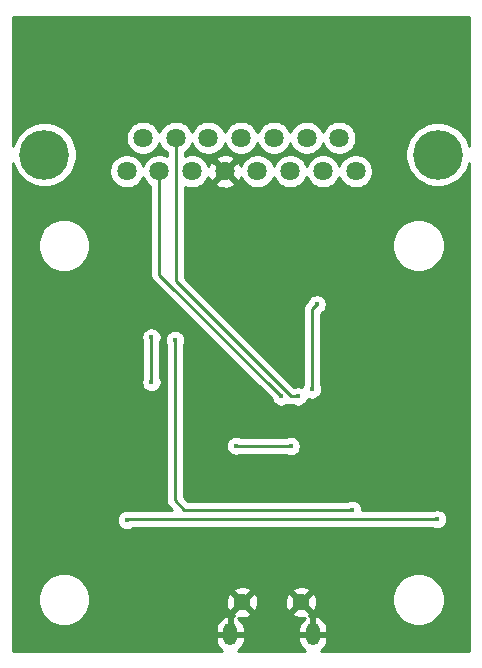
<source format=gbr>
G04 #@! TF.GenerationSoftware,KiCad,Pcbnew,5.1.4+dfsg1-1*
G04 #@! TF.CreationDate,2020-03-04T19:22:20+01:00*
G04 #@! TF.ProjectId,sidewinder-usb,73696465-7769-46e6-9465-722d7573622e,rev?*
G04 #@! TF.SameCoordinates,Original*
G04 #@! TF.FileFunction,Copper,L2,Bot*
G04 #@! TF.FilePolarity,Positive*
%FSLAX46Y46*%
G04 Gerber Fmt 4.6, Leading zero omitted, Abs format (unit mm)*
G04 Created by KiCad (PCBNEW 5.1.4+dfsg1-1) date 2020-03-04 19:22:20*
%MOMM*%
%LPD*%
G04 APERTURE LIST*
%ADD10C,1.635000*%
%ADD11C,4.216000*%
%ADD12O,1.200000X1.900000*%
%ADD13C,1.450000*%
%ADD14C,0.450000*%
%ADD15C,0.250000*%
%ADD16C,0.254000*%
G04 APERTURE END LIST*
D10*
X11690000Y44105000D03*
X14460000Y44105000D03*
X17230000Y44105000D03*
X28310000Y44105000D03*
X25540000Y44105000D03*
X22770000Y44105000D03*
X20000000Y44105000D03*
X29695000Y41265000D03*
X10305000Y41265000D03*
X13075000Y41265000D03*
X15845000Y41265000D03*
X26925000Y41265000D03*
X24155000Y41265000D03*
X21385000Y41265000D03*
X18615000Y41265000D03*
D11*
X3340000Y42685000D03*
X36660000Y42685000D03*
D12*
X26070000Y2082500D03*
X19070000Y2082500D03*
D13*
X25070000Y4782500D03*
X20070000Y4782500D03*
D14*
X25000000Y29800000D03*
X10000000Y19000000D03*
X28000000Y33400000D03*
X24200000Y33400000D03*
X22400000Y27400000D03*
X10200000Y30400000D03*
X11800000Y28200000D03*
X21000000Y22000000D03*
X23200000Y38200000D03*
X26400000Y30000000D03*
X26000000Y22800000D03*
X36600000Y11800000D03*
X10331250Y11731250D03*
X24800000Y22200000D03*
X23400000Y22200000D03*
X29400000Y12600000D03*
X14400000Y27000000D03*
X12400000Y23400000D03*
X12400000Y27200000D03*
X24200000Y18000000D03*
X19571091Y18028909D03*
D15*
X26400000Y30000000D02*
X26000000Y29600000D01*
X26000000Y29600000D02*
X26000000Y22800000D01*
X10400000Y11800000D02*
X10331250Y11731250D01*
X36600000Y11800000D02*
X10400000Y11800000D01*
X24214002Y22200000D02*
X24800000Y22200000D01*
X14460000Y44105000D02*
X14460000Y31954002D01*
X14460000Y31954002D02*
X24214002Y22200000D01*
X13075000Y41265000D02*
X13075000Y32525000D01*
X13075000Y32525000D02*
X23400000Y22200000D01*
X29400000Y12600000D02*
X15600000Y12600000D01*
X15600000Y12600000D02*
X15200000Y12600000D01*
X15200000Y12600000D02*
X14400000Y13400000D01*
X14400000Y13400000D02*
X14400000Y27000000D01*
X12400000Y23400000D02*
X12400000Y27200000D01*
X24200000Y18000000D02*
X19600000Y18000000D01*
X19600000Y18000000D02*
X19571091Y18028909D01*
D16*
G36*
X39315000Y43397568D02*
G01*
X39297588Y43485104D01*
X39090815Y43984298D01*
X38790627Y44433560D01*
X38408560Y44815627D01*
X37959298Y45115815D01*
X37460104Y45322588D01*
X36930162Y45428000D01*
X36389838Y45428000D01*
X35859896Y45322588D01*
X35360702Y45115815D01*
X34911440Y44815627D01*
X34529373Y44433560D01*
X34229185Y43984298D01*
X34022412Y43485104D01*
X33917000Y42955162D01*
X33917000Y42414838D01*
X34022412Y41884896D01*
X34229185Y41385702D01*
X34529373Y40936440D01*
X34911440Y40554373D01*
X35360702Y40254185D01*
X35859896Y40047412D01*
X36389838Y39942000D01*
X36930162Y39942000D01*
X37460104Y40047412D01*
X37959298Y40254185D01*
X38408560Y40554373D01*
X38790627Y40936440D01*
X39090815Y41385702D01*
X39297588Y41884896D01*
X39315000Y41972432D01*
X39315001Y685000D01*
X26725945Y685000D01*
X26853474Y769422D01*
X27026307Y940775D01*
X27162390Y1142554D01*
X27256493Y1367004D01*
X27305000Y1605500D01*
X27305000Y1955500D01*
X26197000Y1955500D01*
X26197000Y1935500D01*
X25943000Y1935500D01*
X25943000Y1955500D01*
X24835000Y1955500D01*
X24835000Y1605500D01*
X24883507Y1367004D01*
X24977610Y1142554D01*
X25113693Y940775D01*
X25286526Y769422D01*
X25414055Y685000D01*
X19725945Y685000D01*
X19853474Y769422D01*
X20026307Y940775D01*
X20162390Y1142554D01*
X20256493Y1367004D01*
X20305000Y1605500D01*
X20305000Y1955500D01*
X19197000Y1955500D01*
X19197000Y1935500D01*
X18943000Y1935500D01*
X18943000Y1955500D01*
X17835000Y1955500D01*
X17835000Y1605500D01*
X17883507Y1367004D01*
X17977610Y1142554D01*
X18113693Y940775D01*
X18286526Y769422D01*
X18414055Y685000D01*
X685000Y685000D01*
X685000Y2559500D01*
X17835000Y2559500D01*
X17835000Y2209500D01*
X18943000Y2209500D01*
X18943000Y3501231D01*
X19197000Y3501231D01*
X19197000Y2209500D01*
X20305000Y2209500D01*
X20305000Y2559500D01*
X20256493Y2797996D01*
X20162390Y3022446D01*
X20026307Y3224225D01*
X19853474Y3395578D01*
X19758164Y3458671D01*
X19875849Y3429781D01*
X20143482Y3417896D01*
X20408291Y3458452D01*
X20660100Y3549891D01*
X20767035Y3607050D01*
X20829528Y3843367D01*
X24310472Y3843367D01*
X24372965Y3607050D01*
X24615678Y3493650D01*
X24875849Y3429781D01*
X25143482Y3417896D01*
X25373442Y3453115D01*
X25286526Y3395578D01*
X25113693Y3224225D01*
X24977610Y3022446D01*
X24883507Y2797996D01*
X24835000Y2559500D01*
X24835000Y2209500D01*
X25943000Y2209500D01*
X25943000Y3501231D01*
X26197000Y3501231D01*
X26197000Y2209500D01*
X27305000Y2209500D01*
X27305000Y2559500D01*
X27256493Y2797996D01*
X27162390Y3022446D01*
X27026307Y3224225D01*
X26853474Y3395578D01*
X26650533Y3529921D01*
X26425282Y3622091D01*
X26387609Y3625962D01*
X26197000Y3501231D01*
X25943000Y3501231D01*
X25769138Y3615003D01*
X25829528Y3843367D01*
X25070000Y4602895D01*
X24310472Y3843367D01*
X20829528Y3843367D01*
X20070000Y4602895D01*
X19310472Y3843367D01*
X19370862Y3615003D01*
X19197000Y3501231D01*
X18943000Y3501231D01*
X18752391Y3625962D01*
X18714718Y3622091D01*
X18489467Y3529921D01*
X18286526Y3395578D01*
X18113693Y3224225D01*
X17977610Y3022446D01*
X17883507Y2797996D01*
X17835000Y2559500D01*
X685000Y2559500D01*
X685000Y5220128D01*
X2765000Y5220128D01*
X2765000Y4779872D01*
X2850890Y4348075D01*
X3019369Y3941331D01*
X3263962Y3575271D01*
X3575271Y3263962D01*
X3941331Y3019369D01*
X4348075Y2850890D01*
X4779872Y2765000D01*
X5220128Y2765000D01*
X5651925Y2850890D01*
X6058669Y3019369D01*
X6424729Y3263962D01*
X6736038Y3575271D01*
X6980631Y3941331D01*
X7149110Y4348075D01*
X7220906Y4709018D01*
X18705396Y4709018D01*
X18745952Y4444209D01*
X18837391Y4192400D01*
X18894550Y4085465D01*
X19130867Y4022972D01*
X19890395Y4782500D01*
X20249605Y4782500D01*
X21009133Y4022972D01*
X21245450Y4085465D01*
X21358850Y4328178D01*
X21422719Y4588349D01*
X21428077Y4709018D01*
X23705396Y4709018D01*
X23745952Y4444209D01*
X23837391Y4192400D01*
X23894550Y4085465D01*
X24130867Y4022972D01*
X24890395Y4782500D01*
X25249605Y4782500D01*
X26009133Y4022972D01*
X26245450Y4085465D01*
X26358850Y4328178D01*
X26422719Y4588349D01*
X26434604Y4855982D01*
X26394048Y5120791D01*
X26357976Y5220128D01*
X32765000Y5220128D01*
X32765000Y4779872D01*
X32850890Y4348075D01*
X33019369Y3941331D01*
X33263962Y3575271D01*
X33575271Y3263962D01*
X33941331Y3019369D01*
X34348075Y2850890D01*
X34779872Y2765000D01*
X35220128Y2765000D01*
X35651925Y2850890D01*
X36058669Y3019369D01*
X36424729Y3263962D01*
X36736038Y3575271D01*
X36980631Y3941331D01*
X37149110Y4348075D01*
X37235000Y4779872D01*
X37235000Y5220128D01*
X37149110Y5651925D01*
X36980631Y6058669D01*
X36736038Y6424729D01*
X36424729Y6736038D01*
X36058669Y6980631D01*
X35651925Y7149110D01*
X35220128Y7235000D01*
X34779872Y7235000D01*
X34348075Y7149110D01*
X33941331Y6980631D01*
X33575271Y6736038D01*
X33263962Y6424729D01*
X33019369Y6058669D01*
X32850890Y5651925D01*
X32765000Y5220128D01*
X26357976Y5220128D01*
X26302609Y5372600D01*
X26245450Y5479535D01*
X26009133Y5542028D01*
X25249605Y4782500D01*
X24890395Y4782500D01*
X24130867Y5542028D01*
X23894550Y5479535D01*
X23781150Y5236822D01*
X23717281Y4976651D01*
X23705396Y4709018D01*
X21428077Y4709018D01*
X21434604Y4855982D01*
X21394048Y5120791D01*
X21302609Y5372600D01*
X21245450Y5479535D01*
X21009133Y5542028D01*
X20249605Y4782500D01*
X19890395Y4782500D01*
X19130867Y5542028D01*
X18894550Y5479535D01*
X18781150Y5236822D01*
X18717281Y4976651D01*
X18705396Y4709018D01*
X7220906Y4709018D01*
X7235000Y4779872D01*
X7235000Y5220128D01*
X7149110Y5651925D01*
X7120236Y5721633D01*
X19310472Y5721633D01*
X20070000Y4962105D01*
X20829528Y5721633D01*
X24310472Y5721633D01*
X25070000Y4962105D01*
X25829528Y5721633D01*
X25767035Y5957950D01*
X25524322Y6071350D01*
X25264151Y6135219D01*
X24996518Y6147104D01*
X24731709Y6106548D01*
X24479900Y6015109D01*
X24372965Y5957950D01*
X24310472Y5721633D01*
X20829528Y5721633D01*
X20767035Y5957950D01*
X20524322Y6071350D01*
X20264151Y6135219D01*
X19996518Y6147104D01*
X19731709Y6106548D01*
X19479900Y6015109D01*
X19372965Y5957950D01*
X19310472Y5721633D01*
X7120236Y5721633D01*
X6980631Y6058669D01*
X6736038Y6424729D01*
X6424729Y6736038D01*
X6058669Y6980631D01*
X5651925Y7149110D01*
X5220128Y7235000D01*
X4779872Y7235000D01*
X4348075Y7149110D01*
X3941331Y6980631D01*
X3575271Y6736038D01*
X3263962Y6424729D01*
X3019369Y6058669D01*
X2850890Y5651925D01*
X2765000Y5220128D01*
X685000Y5220128D01*
X685000Y11815953D01*
X9471250Y11815953D01*
X9471250Y11646547D01*
X9504299Y11480397D01*
X9569128Y11323887D01*
X9663245Y11183032D01*
X9783032Y11063245D01*
X9923887Y10969128D01*
X10080397Y10904299D01*
X10246547Y10871250D01*
X10415953Y10871250D01*
X10582103Y10904299D01*
X10738613Y10969128D01*
X10844680Y11040000D01*
X36189461Y11040000D01*
X36192637Y11037878D01*
X36349147Y10973049D01*
X36515297Y10940000D01*
X36684703Y10940000D01*
X36850853Y10973049D01*
X37007363Y11037878D01*
X37148218Y11131995D01*
X37268005Y11251782D01*
X37362122Y11392637D01*
X37426951Y11549147D01*
X37460000Y11715297D01*
X37460000Y11884703D01*
X37426951Y12050853D01*
X37362122Y12207363D01*
X37268005Y12348218D01*
X37148218Y12468005D01*
X37007363Y12562122D01*
X36850853Y12626951D01*
X36684703Y12660000D01*
X36515297Y12660000D01*
X36349147Y12626951D01*
X36192637Y12562122D01*
X36189461Y12560000D01*
X30260000Y12560000D01*
X30260000Y12684703D01*
X30226951Y12850853D01*
X30162122Y13007363D01*
X30068005Y13148218D01*
X29948218Y13268005D01*
X29807363Y13362122D01*
X29650853Y13426951D01*
X29484703Y13460000D01*
X29315297Y13460000D01*
X29149147Y13426951D01*
X28992637Y13362122D01*
X28989461Y13360000D01*
X15514802Y13360000D01*
X15160000Y13714801D01*
X15160000Y18113612D01*
X18711091Y18113612D01*
X18711091Y17944206D01*
X18744140Y17778056D01*
X18808969Y17621546D01*
X18903086Y17480691D01*
X19022873Y17360904D01*
X19163728Y17266787D01*
X19320238Y17201958D01*
X19486388Y17168909D01*
X19655794Y17168909D01*
X19821944Y17201958D01*
X19913785Y17240000D01*
X23789461Y17240000D01*
X23792637Y17237878D01*
X23949147Y17173049D01*
X24115297Y17140000D01*
X24284703Y17140000D01*
X24450853Y17173049D01*
X24607363Y17237878D01*
X24748218Y17331995D01*
X24868005Y17451782D01*
X24962122Y17592637D01*
X25026951Y17749147D01*
X25060000Y17915297D01*
X25060000Y18084703D01*
X25026951Y18250853D01*
X24962122Y18407363D01*
X24868005Y18548218D01*
X24748218Y18668005D01*
X24607363Y18762122D01*
X24450853Y18826951D01*
X24284703Y18860000D01*
X24115297Y18860000D01*
X23949147Y18826951D01*
X23792637Y18762122D01*
X23789461Y18760000D01*
X20024895Y18760000D01*
X19978454Y18791031D01*
X19821944Y18855860D01*
X19655794Y18888909D01*
X19486388Y18888909D01*
X19320238Y18855860D01*
X19163728Y18791031D01*
X19022873Y18696914D01*
X18903086Y18577127D01*
X18808969Y18436272D01*
X18744140Y18279762D01*
X18711091Y18113612D01*
X15160000Y18113612D01*
X15160000Y26589461D01*
X15162122Y26592637D01*
X15226951Y26749147D01*
X15260000Y26915297D01*
X15260000Y27084703D01*
X15226951Y27250853D01*
X15162122Y27407363D01*
X15068005Y27548218D01*
X14948218Y27668005D01*
X14807363Y27762122D01*
X14650853Y27826951D01*
X14484703Y27860000D01*
X14315297Y27860000D01*
X14149147Y27826951D01*
X13992637Y27762122D01*
X13851782Y27668005D01*
X13731995Y27548218D01*
X13637878Y27407363D01*
X13573049Y27250853D01*
X13540000Y27084703D01*
X13540000Y26915297D01*
X13573049Y26749147D01*
X13637878Y26592637D01*
X13640001Y26589460D01*
X13640000Y13437322D01*
X13636324Y13400000D01*
X13640000Y13362678D01*
X13640000Y13362668D01*
X13650997Y13251015D01*
X13682180Y13148218D01*
X13694454Y13107754D01*
X13765026Y12975724D01*
X13804871Y12927174D01*
X13859999Y12859999D01*
X13889002Y12836197D01*
X14165199Y12560000D01*
X10573059Y12560000D01*
X10415953Y12591250D01*
X10246547Y12591250D01*
X10080397Y12558201D01*
X9923887Y12493372D01*
X9783032Y12399255D01*
X9663245Y12279468D01*
X9569128Y12138613D01*
X9504299Y11982103D01*
X9471250Y11815953D01*
X685000Y11815953D01*
X685000Y27284703D01*
X11540000Y27284703D01*
X11540000Y27115297D01*
X11573049Y26949147D01*
X11637878Y26792637D01*
X11640001Y26789460D01*
X11640000Y23810539D01*
X11637878Y23807363D01*
X11573049Y23650853D01*
X11540000Y23484703D01*
X11540000Y23315297D01*
X11573049Y23149147D01*
X11637878Y22992637D01*
X11731995Y22851782D01*
X11851782Y22731995D01*
X11992637Y22637878D01*
X12149147Y22573049D01*
X12315297Y22540000D01*
X12484703Y22540000D01*
X12650853Y22573049D01*
X12807363Y22637878D01*
X12948218Y22731995D01*
X13068005Y22851782D01*
X13162122Y22992637D01*
X13226951Y23149147D01*
X13260000Y23315297D01*
X13260000Y23484703D01*
X13226951Y23650853D01*
X13162122Y23807363D01*
X13160000Y23810539D01*
X13160000Y26789461D01*
X13162122Y26792637D01*
X13226951Y26949147D01*
X13260000Y27115297D01*
X13260000Y27284703D01*
X13226951Y27450853D01*
X13162122Y27607363D01*
X13068005Y27748218D01*
X12948218Y27868005D01*
X12807363Y27962122D01*
X12650853Y28026951D01*
X12484703Y28060000D01*
X12315297Y28060000D01*
X12149147Y28026951D01*
X11992637Y27962122D01*
X11851782Y27868005D01*
X11731995Y27748218D01*
X11637878Y27607363D01*
X11573049Y27450853D01*
X11540000Y27284703D01*
X685000Y27284703D01*
X685000Y35220128D01*
X2765000Y35220128D01*
X2765000Y34779872D01*
X2850890Y34348075D01*
X3019369Y33941331D01*
X3263962Y33575271D01*
X3575271Y33263962D01*
X3941331Y33019369D01*
X4348075Y32850890D01*
X4779872Y32765000D01*
X5220128Y32765000D01*
X5651925Y32850890D01*
X6058669Y33019369D01*
X6424729Y33263962D01*
X6736038Y33575271D01*
X6980631Y33941331D01*
X7149110Y34348075D01*
X7235000Y34779872D01*
X7235000Y35220128D01*
X7149110Y35651925D01*
X6980631Y36058669D01*
X6736038Y36424729D01*
X6424729Y36736038D01*
X6058669Y36980631D01*
X5651925Y37149110D01*
X5220128Y37235000D01*
X4779872Y37235000D01*
X4348075Y37149110D01*
X3941331Y36980631D01*
X3575271Y36736038D01*
X3263962Y36424729D01*
X3019369Y36058669D01*
X2850890Y35651925D01*
X2765000Y35220128D01*
X685000Y35220128D01*
X685000Y41972432D01*
X702412Y41884896D01*
X909185Y41385702D01*
X1209373Y40936440D01*
X1591440Y40554373D01*
X2040702Y40254185D01*
X2539896Y40047412D01*
X3069838Y39942000D01*
X3610162Y39942000D01*
X4140104Y40047412D01*
X4639298Y40254185D01*
X5088560Y40554373D01*
X5470627Y40936440D01*
X5770815Y41385702D01*
X5780075Y41408059D01*
X8852500Y41408059D01*
X8852500Y41121941D01*
X8908319Y40841321D01*
X9017811Y40576983D01*
X9176770Y40339085D01*
X9379085Y40136770D01*
X9616983Y39977811D01*
X9881321Y39868319D01*
X10161941Y39812500D01*
X10448059Y39812500D01*
X10728679Y39868319D01*
X10993017Y39977811D01*
X11230915Y40136770D01*
X11433230Y40339085D01*
X11592189Y40576983D01*
X11690000Y40813120D01*
X11787811Y40576983D01*
X11946770Y40339085D01*
X12149085Y40136770D01*
X12315000Y40025909D01*
X12315001Y32562332D01*
X12311324Y32525000D01*
X12325998Y32376015D01*
X12369454Y32232754D01*
X12440026Y32100724D01*
X12511201Y32013998D01*
X12535000Y31984999D01*
X12563998Y31961201D01*
X22572304Y21952894D01*
X22573049Y21949147D01*
X22637878Y21792637D01*
X22731995Y21651782D01*
X22851782Y21531995D01*
X22992637Y21437878D01*
X23149147Y21373049D01*
X23315297Y21340000D01*
X23484703Y21340000D01*
X23650853Y21373049D01*
X23807363Y21437878D01*
X23905243Y21503280D01*
X23921755Y21494454D01*
X24065016Y21450997D01*
X24176669Y21440000D01*
X24176679Y21440000D01*
X24214002Y21436324D01*
X24251325Y21440000D01*
X24389461Y21440000D01*
X24392637Y21437878D01*
X24549147Y21373049D01*
X24715297Y21340000D01*
X24884703Y21340000D01*
X25050853Y21373049D01*
X25207363Y21437878D01*
X25348218Y21531995D01*
X25468005Y21651782D01*
X25562122Y21792637D01*
X25626951Y21949147D01*
X25640645Y22017992D01*
X25749147Y21973049D01*
X25915297Y21940000D01*
X26084703Y21940000D01*
X26250853Y21973049D01*
X26407363Y22037878D01*
X26548218Y22131995D01*
X26668005Y22251782D01*
X26762122Y22392637D01*
X26826951Y22549147D01*
X26860000Y22715297D01*
X26860000Y22884703D01*
X26826951Y23050853D01*
X26762122Y23207363D01*
X26760000Y23210539D01*
X26760000Y29218259D01*
X26807363Y29237878D01*
X26948218Y29331995D01*
X27068005Y29451782D01*
X27162122Y29592637D01*
X27226951Y29749147D01*
X27260000Y29915297D01*
X27260000Y30084703D01*
X27226951Y30250853D01*
X27162122Y30407363D01*
X27068005Y30548218D01*
X26948218Y30668005D01*
X26807363Y30762122D01*
X26650853Y30826951D01*
X26484703Y30860000D01*
X26315297Y30860000D01*
X26149147Y30826951D01*
X25992637Y30762122D01*
X25851782Y30668005D01*
X25731995Y30548218D01*
X25637878Y30407363D01*
X25573049Y30250853D01*
X25572303Y30247105D01*
X25489002Y30163803D01*
X25459999Y30140001D01*
X25414618Y30084703D01*
X25365026Y30024276D01*
X25352050Y29999999D01*
X25294454Y29892246D01*
X25250997Y29748985D01*
X25240000Y29637332D01*
X25240000Y29637322D01*
X25236324Y29600000D01*
X25240000Y29562677D01*
X25240001Y23210540D01*
X25237878Y23207363D01*
X25173049Y23050853D01*
X25159355Y22982008D01*
X25050853Y23026951D01*
X24884703Y23060000D01*
X24715297Y23060000D01*
X24549147Y23026951D01*
X24487421Y23001383D01*
X15220000Y32268803D01*
X15220000Y35220128D01*
X32765000Y35220128D01*
X32765000Y34779872D01*
X32850890Y34348075D01*
X33019369Y33941331D01*
X33263962Y33575271D01*
X33575271Y33263962D01*
X33941331Y33019369D01*
X34348075Y32850890D01*
X34779872Y32765000D01*
X35220128Y32765000D01*
X35651925Y32850890D01*
X36058669Y33019369D01*
X36424729Y33263962D01*
X36736038Y33575271D01*
X36980631Y33941331D01*
X37149110Y34348075D01*
X37235000Y34779872D01*
X37235000Y35220128D01*
X37149110Y35651925D01*
X36980631Y36058669D01*
X36736038Y36424729D01*
X36424729Y36736038D01*
X36058669Y36980631D01*
X35651925Y37149110D01*
X35220128Y37235000D01*
X34779872Y37235000D01*
X34348075Y37149110D01*
X33941331Y36980631D01*
X33575271Y36736038D01*
X33263962Y36424729D01*
X33019369Y36058669D01*
X32850890Y35651925D01*
X32765000Y35220128D01*
X15220000Y35220128D01*
X15220000Y39951709D01*
X15421321Y39868319D01*
X15701941Y39812500D01*
X15988059Y39812500D01*
X16268679Y39868319D01*
X16533017Y39977811D01*
X16770915Y40136770D01*
X16893948Y40259803D01*
X17789408Y40259803D01*
X17863110Y40014047D01*
X18121606Y39891397D01*
X18399063Y39821534D01*
X18684818Y39807142D01*
X18967891Y39848776D01*
X19237402Y39944834D01*
X19366890Y40014047D01*
X19440592Y40259803D01*
X18615000Y41085395D01*
X17789408Y40259803D01*
X16893948Y40259803D01*
X16973230Y40339085D01*
X17132189Y40576983D01*
X17232181Y40818385D01*
X17294834Y40642598D01*
X17364047Y40513110D01*
X17609803Y40439408D01*
X18435395Y41265000D01*
X18794605Y41265000D01*
X19620197Y40439408D01*
X19865953Y40513110D01*
X19988603Y40771606D01*
X19999413Y40814538D01*
X20097811Y40576983D01*
X20256770Y40339085D01*
X20459085Y40136770D01*
X20696983Y39977811D01*
X20961321Y39868319D01*
X21241941Y39812500D01*
X21528059Y39812500D01*
X21808679Y39868319D01*
X22073017Y39977811D01*
X22310915Y40136770D01*
X22513230Y40339085D01*
X22672189Y40576983D01*
X22770000Y40813120D01*
X22867811Y40576983D01*
X23026770Y40339085D01*
X23229085Y40136770D01*
X23466983Y39977811D01*
X23731321Y39868319D01*
X24011941Y39812500D01*
X24298059Y39812500D01*
X24578679Y39868319D01*
X24843017Y39977811D01*
X25080915Y40136770D01*
X25283230Y40339085D01*
X25442189Y40576983D01*
X25540000Y40813120D01*
X25637811Y40576983D01*
X25796770Y40339085D01*
X25999085Y40136770D01*
X26236983Y39977811D01*
X26501321Y39868319D01*
X26781941Y39812500D01*
X27068059Y39812500D01*
X27348679Y39868319D01*
X27613017Y39977811D01*
X27850915Y40136770D01*
X28053230Y40339085D01*
X28212189Y40576983D01*
X28310000Y40813120D01*
X28407811Y40576983D01*
X28566770Y40339085D01*
X28769085Y40136770D01*
X29006983Y39977811D01*
X29271321Y39868319D01*
X29551941Y39812500D01*
X29838059Y39812500D01*
X30118679Y39868319D01*
X30383017Y39977811D01*
X30620915Y40136770D01*
X30823230Y40339085D01*
X30982189Y40576983D01*
X31091681Y40841321D01*
X31147500Y41121941D01*
X31147500Y41408059D01*
X31091681Y41688679D01*
X30982189Y41953017D01*
X30823230Y42190915D01*
X30620915Y42393230D01*
X30383017Y42552189D01*
X30118679Y42661681D01*
X29838059Y42717500D01*
X29551941Y42717500D01*
X29271321Y42661681D01*
X29006983Y42552189D01*
X28769085Y42393230D01*
X28566770Y42190915D01*
X28407811Y41953017D01*
X28310000Y41716880D01*
X28212189Y41953017D01*
X28053230Y42190915D01*
X27850915Y42393230D01*
X27613017Y42552189D01*
X27348679Y42661681D01*
X27068059Y42717500D01*
X26781941Y42717500D01*
X26501321Y42661681D01*
X26236983Y42552189D01*
X25999085Y42393230D01*
X25796770Y42190915D01*
X25637811Y41953017D01*
X25540000Y41716880D01*
X25442189Y41953017D01*
X25283230Y42190915D01*
X25080915Y42393230D01*
X24843017Y42552189D01*
X24578679Y42661681D01*
X24298059Y42717500D01*
X24011941Y42717500D01*
X23731321Y42661681D01*
X23466983Y42552189D01*
X23229085Y42393230D01*
X23026770Y42190915D01*
X22867811Y41953017D01*
X22770000Y41716880D01*
X22672189Y41953017D01*
X22513230Y42190915D01*
X22310915Y42393230D01*
X22073017Y42552189D01*
X21808679Y42661681D01*
X21528059Y42717500D01*
X21241941Y42717500D01*
X20961321Y42661681D01*
X20696983Y42552189D01*
X20459085Y42393230D01*
X20256770Y42190915D01*
X20097811Y41953017D01*
X19997819Y41711615D01*
X19935166Y41887402D01*
X19865953Y42016890D01*
X19620197Y42090592D01*
X18794605Y41265000D01*
X18435395Y41265000D01*
X17609803Y42090592D01*
X17364047Y42016890D01*
X17241397Y41758394D01*
X17230587Y41715462D01*
X17132189Y41953017D01*
X16973230Y42190915D01*
X16893948Y42270197D01*
X17789408Y42270197D01*
X18615000Y41444605D01*
X19440592Y42270197D01*
X19366890Y42515953D01*
X19108394Y42638603D01*
X18830937Y42708466D01*
X18545182Y42722858D01*
X18262109Y42681224D01*
X17992598Y42585166D01*
X17863110Y42515953D01*
X17789408Y42270197D01*
X16893948Y42270197D01*
X16770915Y42393230D01*
X16533017Y42552189D01*
X16268679Y42661681D01*
X15988059Y42717500D01*
X15701941Y42717500D01*
X15421321Y42661681D01*
X15220000Y42578291D01*
X15220000Y42865909D01*
X15385915Y42976770D01*
X15588230Y43179085D01*
X15747189Y43416983D01*
X15845000Y43653120D01*
X15942811Y43416983D01*
X16101770Y43179085D01*
X16304085Y42976770D01*
X16541983Y42817811D01*
X16806321Y42708319D01*
X17086941Y42652500D01*
X17373059Y42652500D01*
X17653679Y42708319D01*
X17918017Y42817811D01*
X18155915Y42976770D01*
X18358230Y43179085D01*
X18517189Y43416983D01*
X18615000Y43653120D01*
X18712811Y43416983D01*
X18871770Y43179085D01*
X19074085Y42976770D01*
X19311983Y42817811D01*
X19576321Y42708319D01*
X19856941Y42652500D01*
X20143059Y42652500D01*
X20423679Y42708319D01*
X20688017Y42817811D01*
X20925915Y42976770D01*
X21128230Y43179085D01*
X21287189Y43416983D01*
X21385000Y43653120D01*
X21482811Y43416983D01*
X21641770Y43179085D01*
X21844085Y42976770D01*
X22081983Y42817811D01*
X22346321Y42708319D01*
X22626941Y42652500D01*
X22913059Y42652500D01*
X23193679Y42708319D01*
X23458017Y42817811D01*
X23695915Y42976770D01*
X23898230Y43179085D01*
X24057189Y43416983D01*
X24155000Y43653120D01*
X24252811Y43416983D01*
X24411770Y43179085D01*
X24614085Y42976770D01*
X24851983Y42817811D01*
X25116321Y42708319D01*
X25396941Y42652500D01*
X25683059Y42652500D01*
X25963679Y42708319D01*
X26228017Y42817811D01*
X26465915Y42976770D01*
X26668230Y43179085D01*
X26827189Y43416983D01*
X26925000Y43653120D01*
X27022811Y43416983D01*
X27181770Y43179085D01*
X27384085Y42976770D01*
X27621983Y42817811D01*
X27886321Y42708319D01*
X28166941Y42652500D01*
X28453059Y42652500D01*
X28733679Y42708319D01*
X28998017Y42817811D01*
X29235915Y42976770D01*
X29438230Y43179085D01*
X29597189Y43416983D01*
X29706681Y43681321D01*
X29762500Y43961941D01*
X29762500Y44248059D01*
X29706681Y44528679D01*
X29597189Y44793017D01*
X29438230Y45030915D01*
X29235915Y45233230D01*
X28998017Y45392189D01*
X28733679Y45501681D01*
X28453059Y45557500D01*
X28166941Y45557500D01*
X27886321Y45501681D01*
X27621983Y45392189D01*
X27384085Y45233230D01*
X27181770Y45030915D01*
X27022811Y44793017D01*
X26925000Y44556880D01*
X26827189Y44793017D01*
X26668230Y45030915D01*
X26465915Y45233230D01*
X26228017Y45392189D01*
X25963679Y45501681D01*
X25683059Y45557500D01*
X25396941Y45557500D01*
X25116321Y45501681D01*
X24851983Y45392189D01*
X24614085Y45233230D01*
X24411770Y45030915D01*
X24252811Y44793017D01*
X24155000Y44556880D01*
X24057189Y44793017D01*
X23898230Y45030915D01*
X23695915Y45233230D01*
X23458017Y45392189D01*
X23193679Y45501681D01*
X22913059Y45557500D01*
X22626941Y45557500D01*
X22346321Y45501681D01*
X22081983Y45392189D01*
X21844085Y45233230D01*
X21641770Y45030915D01*
X21482811Y44793017D01*
X21385000Y44556880D01*
X21287189Y44793017D01*
X21128230Y45030915D01*
X20925915Y45233230D01*
X20688017Y45392189D01*
X20423679Y45501681D01*
X20143059Y45557500D01*
X19856941Y45557500D01*
X19576321Y45501681D01*
X19311983Y45392189D01*
X19074085Y45233230D01*
X18871770Y45030915D01*
X18712811Y44793017D01*
X18615000Y44556880D01*
X18517189Y44793017D01*
X18358230Y45030915D01*
X18155915Y45233230D01*
X17918017Y45392189D01*
X17653679Y45501681D01*
X17373059Y45557500D01*
X17086941Y45557500D01*
X16806321Y45501681D01*
X16541983Y45392189D01*
X16304085Y45233230D01*
X16101770Y45030915D01*
X15942811Y44793017D01*
X15845000Y44556880D01*
X15747189Y44793017D01*
X15588230Y45030915D01*
X15385915Y45233230D01*
X15148017Y45392189D01*
X14883679Y45501681D01*
X14603059Y45557500D01*
X14316941Y45557500D01*
X14036321Y45501681D01*
X13771983Y45392189D01*
X13534085Y45233230D01*
X13331770Y45030915D01*
X13172811Y44793017D01*
X13075000Y44556880D01*
X12977189Y44793017D01*
X12818230Y45030915D01*
X12615915Y45233230D01*
X12378017Y45392189D01*
X12113679Y45501681D01*
X11833059Y45557500D01*
X11546941Y45557500D01*
X11266321Y45501681D01*
X11001983Y45392189D01*
X10764085Y45233230D01*
X10561770Y45030915D01*
X10402811Y44793017D01*
X10293319Y44528679D01*
X10237500Y44248059D01*
X10237500Y43961941D01*
X10293319Y43681321D01*
X10402811Y43416983D01*
X10561770Y43179085D01*
X10764085Y42976770D01*
X11001983Y42817811D01*
X11266321Y42708319D01*
X11546941Y42652500D01*
X11833059Y42652500D01*
X12113679Y42708319D01*
X12378017Y42817811D01*
X12615915Y42976770D01*
X12818230Y43179085D01*
X12977189Y43416983D01*
X13075000Y43653120D01*
X13172811Y43416983D01*
X13331770Y43179085D01*
X13534085Y42976770D01*
X13700000Y42865909D01*
X13700000Y42578291D01*
X13498679Y42661681D01*
X13218059Y42717500D01*
X12931941Y42717500D01*
X12651321Y42661681D01*
X12386983Y42552189D01*
X12149085Y42393230D01*
X11946770Y42190915D01*
X11787811Y41953017D01*
X11690000Y41716880D01*
X11592189Y41953017D01*
X11433230Y42190915D01*
X11230915Y42393230D01*
X10993017Y42552189D01*
X10728679Y42661681D01*
X10448059Y42717500D01*
X10161941Y42717500D01*
X9881321Y42661681D01*
X9616983Y42552189D01*
X9379085Y42393230D01*
X9176770Y42190915D01*
X9017811Y41953017D01*
X8908319Y41688679D01*
X8852500Y41408059D01*
X5780075Y41408059D01*
X5977588Y41884896D01*
X6083000Y42414838D01*
X6083000Y42955162D01*
X5977588Y43485104D01*
X5770815Y43984298D01*
X5470627Y44433560D01*
X5088560Y44815627D01*
X4639298Y45115815D01*
X4140104Y45322588D01*
X3610162Y45428000D01*
X3069838Y45428000D01*
X2539896Y45322588D01*
X2040702Y45115815D01*
X1591440Y44815627D01*
X1209373Y44433560D01*
X909185Y43984298D01*
X702412Y43485104D01*
X685000Y43397568D01*
X685000Y54315000D01*
X39315000Y54315000D01*
X39315000Y43397568D01*
X39315000Y43397568D01*
G37*
X39315000Y43397568D02*
X39297588Y43485104D01*
X39090815Y43984298D01*
X38790627Y44433560D01*
X38408560Y44815627D01*
X37959298Y45115815D01*
X37460104Y45322588D01*
X36930162Y45428000D01*
X36389838Y45428000D01*
X35859896Y45322588D01*
X35360702Y45115815D01*
X34911440Y44815627D01*
X34529373Y44433560D01*
X34229185Y43984298D01*
X34022412Y43485104D01*
X33917000Y42955162D01*
X33917000Y42414838D01*
X34022412Y41884896D01*
X34229185Y41385702D01*
X34529373Y40936440D01*
X34911440Y40554373D01*
X35360702Y40254185D01*
X35859896Y40047412D01*
X36389838Y39942000D01*
X36930162Y39942000D01*
X37460104Y40047412D01*
X37959298Y40254185D01*
X38408560Y40554373D01*
X38790627Y40936440D01*
X39090815Y41385702D01*
X39297588Y41884896D01*
X39315000Y41972432D01*
X39315001Y685000D01*
X26725945Y685000D01*
X26853474Y769422D01*
X27026307Y940775D01*
X27162390Y1142554D01*
X27256493Y1367004D01*
X27305000Y1605500D01*
X27305000Y1955500D01*
X26197000Y1955500D01*
X26197000Y1935500D01*
X25943000Y1935500D01*
X25943000Y1955500D01*
X24835000Y1955500D01*
X24835000Y1605500D01*
X24883507Y1367004D01*
X24977610Y1142554D01*
X25113693Y940775D01*
X25286526Y769422D01*
X25414055Y685000D01*
X19725945Y685000D01*
X19853474Y769422D01*
X20026307Y940775D01*
X20162390Y1142554D01*
X20256493Y1367004D01*
X20305000Y1605500D01*
X20305000Y1955500D01*
X19197000Y1955500D01*
X19197000Y1935500D01*
X18943000Y1935500D01*
X18943000Y1955500D01*
X17835000Y1955500D01*
X17835000Y1605500D01*
X17883507Y1367004D01*
X17977610Y1142554D01*
X18113693Y940775D01*
X18286526Y769422D01*
X18414055Y685000D01*
X685000Y685000D01*
X685000Y2559500D01*
X17835000Y2559500D01*
X17835000Y2209500D01*
X18943000Y2209500D01*
X18943000Y3501231D01*
X19197000Y3501231D01*
X19197000Y2209500D01*
X20305000Y2209500D01*
X20305000Y2559500D01*
X20256493Y2797996D01*
X20162390Y3022446D01*
X20026307Y3224225D01*
X19853474Y3395578D01*
X19758164Y3458671D01*
X19875849Y3429781D01*
X20143482Y3417896D01*
X20408291Y3458452D01*
X20660100Y3549891D01*
X20767035Y3607050D01*
X20829528Y3843367D01*
X24310472Y3843367D01*
X24372965Y3607050D01*
X24615678Y3493650D01*
X24875849Y3429781D01*
X25143482Y3417896D01*
X25373442Y3453115D01*
X25286526Y3395578D01*
X25113693Y3224225D01*
X24977610Y3022446D01*
X24883507Y2797996D01*
X24835000Y2559500D01*
X24835000Y2209500D01*
X25943000Y2209500D01*
X25943000Y3501231D01*
X26197000Y3501231D01*
X26197000Y2209500D01*
X27305000Y2209500D01*
X27305000Y2559500D01*
X27256493Y2797996D01*
X27162390Y3022446D01*
X27026307Y3224225D01*
X26853474Y3395578D01*
X26650533Y3529921D01*
X26425282Y3622091D01*
X26387609Y3625962D01*
X26197000Y3501231D01*
X25943000Y3501231D01*
X25769138Y3615003D01*
X25829528Y3843367D01*
X25070000Y4602895D01*
X24310472Y3843367D01*
X20829528Y3843367D01*
X20070000Y4602895D01*
X19310472Y3843367D01*
X19370862Y3615003D01*
X19197000Y3501231D01*
X18943000Y3501231D01*
X18752391Y3625962D01*
X18714718Y3622091D01*
X18489467Y3529921D01*
X18286526Y3395578D01*
X18113693Y3224225D01*
X17977610Y3022446D01*
X17883507Y2797996D01*
X17835000Y2559500D01*
X685000Y2559500D01*
X685000Y5220128D01*
X2765000Y5220128D01*
X2765000Y4779872D01*
X2850890Y4348075D01*
X3019369Y3941331D01*
X3263962Y3575271D01*
X3575271Y3263962D01*
X3941331Y3019369D01*
X4348075Y2850890D01*
X4779872Y2765000D01*
X5220128Y2765000D01*
X5651925Y2850890D01*
X6058669Y3019369D01*
X6424729Y3263962D01*
X6736038Y3575271D01*
X6980631Y3941331D01*
X7149110Y4348075D01*
X7220906Y4709018D01*
X18705396Y4709018D01*
X18745952Y4444209D01*
X18837391Y4192400D01*
X18894550Y4085465D01*
X19130867Y4022972D01*
X19890395Y4782500D01*
X20249605Y4782500D01*
X21009133Y4022972D01*
X21245450Y4085465D01*
X21358850Y4328178D01*
X21422719Y4588349D01*
X21428077Y4709018D01*
X23705396Y4709018D01*
X23745952Y4444209D01*
X23837391Y4192400D01*
X23894550Y4085465D01*
X24130867Y4022972D01*
X24890395Y4782500D01*
X25249605Y4782500D01*
X26009133Y4022972D01*
X26245450Y4085465D01*
X26358850Y4328178D01*
X26422719Y4588349D01*
X26434604Y4855982D01*
X26394048Y5120791D01*
X26357976Y5220128D01*
X32765000Y5220128D01*
X32765000Y4779872D01*
X32850890Y4348075D01*
X33019369Y3941331D01*
X33263962Y3575271D01*
X33575271Y3263962D01*
X33941331Y3019369D01*
X34348075Y2850890D01*
X34779872Y2765000D01*
X35220128Y2765000D01*
X35651925Y2850890D01*
X36058669Y3019369D01*
X36424729Y3263962D01*
X36736038Y3575271D01*
X36980631Y3941331D01*
X37149110Y4348075D01*
X37235000Y4779872D01*
X37235000Y5220128D01*
X37149110Y5651925D01*
X36980631Y6058669D01*
X36736038Y6424729D01*
X36424729Y6736038D01*
X36058669Y6980631D01*
X35651925Y7149110D01*
X35220128Y7235000D01*
X34779872Y7235000D01*
X34348075Y7149110D01*
X33941331Y6980631D01*
X33575271Y6736038D01*
X33263962Y6424729D01*
X33019369Y6058669D01*
X32850890Y5651925D01*
X32765000Y5220128D01*
X26357976Y5220128D01*
X26302609Y5372600D01*
X26245450Y5479535D01*
X26009133Y5542028D01*
X25249605Y4782500D01*
X24890395Y4782500D01*
X24130867Y5542028D01*
X23894550Y5479535D01*
X23781150Y5236822D01*
X23717281Y4976651D01*
X23705396Y4709018D01*
X21428077Y4709018D01*
X21434604Y4855982D01*
X21394048Y5120791D01*
X21302609Y5372600D01*
X21245450Y5479535D01*
X21009133Y5542028D01*
X20249605Y4782500D01*
X19890395Y4782500D01*
X19130867Y5542028D01*
X18894550Y5479535D01*
X18781150Y5236822D01*
X18717281Y4976651D01*
X18705396Y4709018D01*
X7220906Y4709018D01*
X7235000Y4779872D01*
X7235000Y5220128D01*
X7149110Y5651925D01*
X7120236Y5721633D01*
X19310472Y5721633D01*
X20070000Y4962105D01*
X20829528Y5721633D01*
X24310472Y5721633D01*
X25070000Y4962105D01*
X25829528Y5721633D01*
X25767035Y5957950D01*
X25524322Y6071350D01*
X25264151Y6135219D01*
X24996518Y6147104D01*
X24731709Y6106548D01*
X24479900Y6015109D01*
X24372965Y5957950D01*
X24310472Y5721633D01*
X20829528Y5721633D01*
X20767035Y5957950D01*
X20524322Y6071350D01*
X20264151Y6135219D01*
X19996518Y6147104D01*
X19731709Y6106548D01*
X19479900Y6015109D01*
X19372965Y5957950D01*
X19310472Y5721633D01*
X7120236Y5721633D01*
X6980631Y6058669D01*
X6736038Y6424729D01*
X6424729Y6736038D01*
X6058669Y6980631D01*
X5651925Y7149110D01*
X5220128Y7235000D01*
X4779872Y7235000D01*
X4348075Y7149110D01*
X3941331Y6980631D01*
X3575271Y6736038D01*
X3263962Y6424729D01*
X3019369Y6058669D01*
X2850890Y5651925D01*
X2765000Y5220128D01*
X685000Y5220128D01*
X685000Y11815953D01*
X9471250Y11815953D01*
X9471250Y11646547D01*
X9504299Y11480397D01*
X9569128Y11323887D01*
X9663245Y11183032D01*
X9783032Y11063245D01*
X9923887Y10969128D01*
X10080397Y10904299D01*
X10246547Y10871250D01*
X10415953Y10871250D01*
X10582103Y10904299D01*
X10738613Y10969128D01*
X10844680Y11040000D01*
X36189461Y11040000D01*
X36192637Y11037878D01*
X36349147Y10973049D01*
X36515297Y10940000D01*
X36684703Y10940000D01*
X36850853Y10973049D01*
X37007363Y11037878D01*
X37148218Y11131995D01*
X37268005Y11251782D01*
X37362122Y11392637D01*
X37426951Y11549147D01*
X37460000Y11715297D01*
X37460000Y11884703D01*
X37426951Y12050853D01*
X37362122Y12207363D01*
X37268005Y12348218D01*
X37148218Y12468005D01*
X37007363Y12562122D01*
X36850853Y12626951D01*
X36684703Y12660000D01*
X36515297Y12660000D01*
X36349147Y12626951D01*
X36192637Y12562122D01*
X36189461Y12560000D01*
X30260000Y12560000D01*
X30260000Y12684703D01*
X30226951Y12850853D01*
X30162122Y13007363D01*
X30068005Y13148218D01*
X29948218Y13268005D01*
X29807363Y13362122D01*
X29650853Y13426951D01*
X29484703Y13460000D01*
X29315297Y13460000D01*
X29149147Y13426951D01*
X28992637Y13362122D01*
X28989461Y13360000D01*
X15514802Y13360000D01*
X15160000Y13714801D01*
X15160000Y18113612D01*
X18711091Y18113612D01*
X18711091Y17944206D01*
X18744140Y17778056D01*
X18808969Y17621546D01*
X18903086Y17480691D01*
X19022873Y17360904D01*
X19163728Y17266787D01*
X19320238Y17201958D01*
X19486388Y17168909D01*
X19655794Y17168909D01*
X19821944Y17201958D01*
X19913785Y17240000D01*
X23789461Y17240000D01*
X23792637Y17237878D01*
X23949147Y17173049D01*
X24115297Y17140000D01*
X24284703Y17140000D01*
X24450853Y17173049D01*
X24607363Y17237878D01*
X24748218Y17331995D01*
X24868005Y17451782D01*
X24962122Y17592637D01*
X25026951Y17749147D01*
X25060000Y17915297D01*
X25060000Y18084703D01*
X25026951Y18250853D01*
X24962122Y18407363D01*
X24868005Y18548218D01*
X24748218Y18668005D01*
X24607363Y18762122D01*
X24450853Y18826951D01*
X24284703Y18860000D01*
X24115297Y18860000D01*
X23949147Y18826951D01*
X23792637Y18762122D01*
X23789461Y18760000D01*
X20024895Y18760000D01*
X19978454Y18791031D01*
X19821944Y18855860D01*
X19655794Y18888909D01*
X19486388Y18888909D01*
X19320238Y18855860D01*
X19163728Y18791031D01*
X19022873Y18696914D01*
X18903086Y18577127D01*
X18808969Y18436272D01*
X18744140Y18279762D01*
X18711091Y18113612D01*
X15160000Y18113612D01*
X15160000Y26589461D01*
X15162122Y26592637D01*
X15226951Y26749147D01*
X15260000Y26915297D01*
X15260000Y27084703D01*
X15226951Y27250853D01*
X15162122Y27407363D01*
X15068005Y27548218D01*
X14948218Y27668005D01*
X14807363Y27762122D01*
X14650853Y27826951D01*
X14484703Y27860000D01*
X14315297Y27860000D01*
X14149147Y27826951D01*
X13992637Y27762122D01*
X13851782Y27668005D01*
X13731995Y27548218D01*
X13637878Y27407363D01*
X13573049Y27250853D01*
X13540000Y27084703D01*
X13540000Y26915297D01*
X13573049Y26749147D01*
X13637878Y26592637D01*
X13640001Y26589460D01*
X13640000Y13437322D01*
X13636324Y13400000D01*
X13640000Y13362678D01*
X13640000Y13362668D01*
X13650997Y13251015D01*
X13682180Y13148218D01*
X13694454Y13107754D01*
X13765026Y12975724D01*
X13804871Y12927174D01*
X13859999Y12859999D01*
X13889002Y12836197D01*
X14165199Y12560000D01*
X10573059Y12560000D01*
X10415953Y12591250D01*
X10246547Y12591250D01*
X10080397Y12558201D01*
X9923887Y12493372D01*
X9783032Y12399255D01*
X9663245Y12279468D01*
X9569128Y12138613D01*
X9504299Y11982103D01*
X9471250Y11815953D01*
X685000Y11815953D01*
X685000Y27284703D01*
X11540000Y27284703D01*
X11540000Y27115297D01*
X11573049Y26949147D01*
X11637878Y26792637D01*
X11640001Y26789460D01*
X11640000Y23810539D01*
X11637878Y23807363D01*
X11573049Y23650853D01*
X11540000Y23484703D01*
X11540000Y23315297D01*
X11573049Y23149147D01*
X11637878Y22992637D01*
X11731995Y22851782D01*
X11851782Y22731995D01*
X11992637Y22637878D01*
X12149147Y22573049D01*
X12315297Y22540000D01*
X12484703Y22540000D01*
X12650853Y22573049D01*
X12807363Y22637878D01*
X12948218Y22731995D01*
X13068005Y22851782D01*
X13162122Y22992637D01*
X13226951Y23149147D01*
X13260000Y23315297D01*
X13260000Y23484703D01*
X13226951Y23650853D01*
X13162122Y23807363D01*
X13160000Y23810539D01*
X13160000Y26789461D01*
X13162122Y26792637D01*
X13226951Y26949147D01*
X13260000Y27115297D01*
X13260000Y27284703D01*
X13226951Y27450853D01*
X13162122Y27607363D01*
X13068005Y27748218D01*
X12948218Y27868005D01*
X12807363Y27962122D01*
X12650853Y28026951D01*
X12484703Y28060000D01*
X12315297Y28060000D01*
X12149147Y28026951D01*
X11992637Y27962122D01*
X11851782Y27868005D01*
X11731995Y27748218D01*
X11637878Y27607363D01*
X11573049Y27450853D01*
X11540000Y27284703D01*
X685000Y27284703D01*
X685000Y35220128D01*
X2765000Y35220128D01*
X2765000Y34779872D01*
X2850890Y34348075D01*
X3019369Y33941331D01*
X3263962Y33575271D01*
X3575271Y33263962D01*
X3941331Y33019369D01*
X4348075Y32850890D01*
X4779872Y32765000D01*
X5220128Y32765000D01*
X5651925Y32850890D01*
X6058669Y33019369D01*
X6424729Y33263962D01*
X6736038Y33575271D01*
X6980631Y33941331D01*
X7149110Y34348075D01*
X7235000Y34779872D01*
X7235000Y35220128D01*
X7149110Y35651925D01*
X6980631Y36058669D01*
X6736038Y36424729D01*
X6424729Y36736038D01*
X6058669Y36980631D01*
X5651925Y37149110D01*
X5220128Y37235000D01*
X4779872Y37235000D01*
X4348075Y37149110D01*
X3941331Y36980631D01*
X3575271Y36736038D01*
X3263962Y36424729D01*
X3019369Y36058669D01*
X2850890Y35651925D01*
X2765000Y35220128D01*
X685000Y35220128D01*
X685000Y41972432D01*
X702412Y41884896D01*
X909185Y41385702D01*
X1209373Y40936440D01*
X1591440Y40554373D01*
X2040702Y40254185D01*
X2539896Y40047412D01*
X3069838Y39942000D01*
X3610162Y39942000D01*
X4140104Y40047412D01*
X4639298Y40254185D01*
X5088560Y40554373D01*
X5470627Y40936440D01*
X5770815Y41385702D01*
X5780075Y41408059D01*
X8852500Y41408059D01*
X8852500Y41121941D01*
X8908319Y40841321D01*
X9017811Y40576983D01*
X9176770Y40339085D01*
X9379085Y40136770D01*
X9616983Y39977811D01*
X9881321Y39868319D01*
X10161941Y39812500D01*
X10448059Y39812500D01*
X10728679Y39868319D01*
X10993017Y39977811D01*
X11230915Y40136770D01*
X11433230Y40339085D01*
X11592189Y40576983D01*
X11690000Y40813120D01*
X11787811Y40576983D01*
X11946770Y40339085D01*
X12149085Y40136770D01*
X12315000Y40025909D01*
X12315001Y32562332D01*
X12311324Y32525000D01*
X12325998Y32376015D01*
X12369454Y32232754D01*
X12440026Y32100724D01*
X12511201Y32013998D01*
X12535000Y31984999D01*
X12563998Y31961201D01*
X22572304Y21952894D01*
X22573049Y21949147D01*
X22637878Y21792637D01*
X22731995Y21651782D01*
X22851782Y21531995D01*
X22992637Y21437878D01*
X23149147Y21373049D01*
X23315297Y21340000D01*
X23484703Y21340000D01*
X23650853Y21373049D01*
X23807363Y21437878D01*
X23905243Y21503280D01*
X23921755Y21494454D01*
X24065016Y21450997D01*
X24176669Y21440000D01*
X24176679Y21440000D01*
X24214002Y21436324D01*
X24251325Y21440000D01*
X24389461Y21440000D01*
X24392637Y21437878D01*
X24549147Y21373049D01*
X24715297Y21340000D01*
X24884703Y21340000D01*
X25050853Y21373049D01*
X25207363Y21437878D01*
X25348218Y21531995D01*
X25468005Y21651782D01*
X25562122Y21792637D01*
X25626951Y21949147D01*
X25640645Y22017992D01*
X25749147Y21973049D01*
X25915297Y21940000D01*
X26084703Y21940000D01*
X26250853Y21973049D01*
X26407363Y22037878D01*
X26548218Y22131995D01*
X26668005Y22251782D01*
X26762122Y22392637D01*
X26826951Y22549147D01*
X26860000Y22715297D01*
X26860000Y22884703D01*
X26826951Y23050853D01*
X26762122Y23207363D01*
X26760000Y23210539D01*
X26760000Y29218259D01*
X26807363Y29237878D01*
X26948218Y29331995D01*
X27068005Y29451782D01*
X27162122Y29592637D01*
X27226951Y29749147D01*
X27260000Y29915297D01*
X27260000Y30084703D01*
X27226951Y30250853D01*
X27162122Y30407363D01*
X27068005Y30548218D01*
X26948218Y30668005D01*
X26807363Y30762122D01*
X26650853Y30826951D01*
X26484703Y30860000D01*
X26315297Y30860000D01*
X26149147Y30826951D01*
X25992637Y30762122D01*
X25851782Y30668005D01*
X25731995Y30548218D01*
X25637878Y30407363D01*
X25573049Y30250853D01*
X25572303Y30247105D01*
X25489002Y30163803D01*
X25459999Y30140001D01*
X25414618Y30084703D01*
X25365026Y30024276D01*
X25352050Y29999999D01*
X25294454Y29892246D01*
X25250997Y29748985D01*
X25240000Y29637332D01*
X25240000Y29637322D01*
X25236324Y29600000D01*
X25240000Y29562677D01*
X25240001Y23210540D01*
X25237878Y23207363D01*
X25173049Y23050853D01*
X25159355Y22982008D01*
X25050853Y23026951D01*
X24884703Y23060000D01*
X24715297Y23060000D01*
X24549147Y23026951D01*
X24487421Y23001383D01*
X15220000Y32268803D01*
X15220000Y35220128D01*
X32765000Y35220128D01*
X32765000Y34779872D01*
X32850890Y34348075D01*
X33019369Y33941331D01*
X33263962Y33575271D01*
X33575271Y33263962D01*
X33941331Y33019369D01*
X34348075Y32850890D01*
X34779872Y32765000D01*
X35220128Y32765000D01*
X35651925Y32850890D01*
X36058669Y33019369D01*
X36424729Y33263962D01*
X36736038Y33575271D01*
X36980631Y33941331D01*
X37149110Y34348075D01*
X37235000Y34779872D01*
X37235000Y35220128D01*
X37149110Y35651925D01*
X36980631Y36058669D01*
X36736038Y36424729D01*
X36424729Y36736038D01*
X36058669Y36980631D01*
X35651925Y37149110D01*
X35220128Y37235000D01*
X34779872Y37235000D01*
X34348075Y37149110D01*
X33941331Y36980631D01*
X33575271Y36736038D01*
X33263962Y36424729D01*
X33019369Y36058669D01*
X32850890Y35651925D01*
X32765000Y35220128D01*
X15220000Y35220128D01*
X15220000Y39951709D01*
X15421321Y39868319D01*
X15701941Y39812500D01*
X15988059Y39812500D01*
X16268679Y39868319D01*
X16533017Y39977811D01*
X16770915Y40136770D01*
X16893948Y40259803D01*
X17789408Y40259803D01*
X17863110Y40014047D01*
X18121606Y39891397D01*
X18399063Y39821534D01*
X18684818Y39807142D01*
X18967891Y39848776D01*
X19237402Y39944834D01*
X19366890Y40014047D01*
X19440592Y40259803D01*
X18615000Y41085395D01*
X17789408Y40259803D01*
X16893948Y40259803D01*
X16973230Y40339085D01*
X17132189Y40576983D01*
X17232181Y40818385D01*
X17294834Y40642598D01*
X17364047Y40513110D01*
X17609803Y40439408D01*
X18435395Y41265000D01*
X18794605Y41265000D01*
X19620197Y40439408D01*
X19865953Y40513110D01*
X19988603Y40771606D01*
X19999413Y40814538D01*
X20097811Y40576983D01*
X20256770Y40339085D01*
X20459085Y40136770D01*
X20696983Y39977811D01*
X20961321Y39868319D01*
X21241941Y39812500D01*
X21528059Y39812500D01*
X21808679Y39868319D01*
X22073017Y39977811D01*
X22310915Y40136770D01*
X22513230Y40339085D01*
X22672189Y40576983D01*
X22770000Y40813120D01*
X22867811Y40576983D01*
X23026770Y40339085D01*
X23229085Y40136770D01*
X23466983Y39977811D01*
X23731321Y39868319D01*
X24011941Y39812500D01*
X24298059Y39812500D01*
X24578679Y39868319D01*
X24843017Y39977811D01*
X25080915Y40136770D01*
X25283230Y40339085D01*
X25442189Y40576983D01*
X25540000Y40813120D01*
X25637811Y40576983D01*
X25796770Y40339085D01*
X25999085Y40136770D01*
X26236983Y39977811D01*
X26501321Y39868319D01*
X26781941Y39812500D01*
X27068059Y39812500D01*
X27348679Y39868319D01*
X27613017Y39977811D01*
X27850915Y40136770D01*
X28053230Y40339085D01*
X28212189Y40576983D01*
X28310000Y40813120D01*
X28407811Y40576983D01*
X28566770Y40339085D01*
X28769085Y40136770D01*
X29006983Y39977811D01*
X29271321Y39868319D01*
X29551941Y39812500D01*
X29838059Y39812500D01*
X30118679Y39868319D01*
X30383017Y39977811D01*
X30620915Y40136770D01*
X30823230Y40339085D01*
X30982189Y40576983D01*
X31091681Y40841321D01*
X31147500Y41121941D01*
X31147500Y41408059D01*
X31091681Y41688679D01*
X30982189Y41953017D01*
X30823230Y42190915D01*
X30620915Y42393230D01*
X30383017Y42552189D01*
X30118679Y42661681D01*
X29838059Y42717500D01*
X29551941Y42717500D01*
X29271321Y42661681D01*
X29006983Y42552189D01*
X28769085Y42393230D01*
X28566770Y42190915D01*
X28407811Y41953017D01*
X28310000Y41716880D01*
X28212189Y41953017D01*
X28053230Y42190915D01*
X27850915Y42393230D01*
X27613017Y42552189D01*
X27348679Y42661681D01*
X27068059Y42717500D01*
X26781941Y42717500D01*
X26501321Y42661681D01*
X26236983Y42552189D01*
X25999085Y42393230D01*
X25796770Y42190915D01*
X25637811Y41953017D01*
X25540000Y41716880D01*
X25442189Y41953017D01*
X25283230Y42190915D01*
X25080915Y42393230D01*
X24843017Y42552189D01*
X24578679Y42661681D01*
X24298059Y42717500D01*
X24011941Y42717500D01*
X23731321Y42661681D01*
X23466983Y42552189D01*
X23229085Y42393230D01*
X23026770Y42190915D01*
X22867811Y41953017D01*
X22770000Y41716880D01*
X22672189Y41953017D01*
X22513230Y42190915D01*
X22310915Y42393230D01*
X22073017Y42552189D01*
X21808679Y42661681D01*
X21528059Y42717500D01*
X21241941Y42717500D01*
X20961321Y42661681D01*
X20696983Y42552189D01*
X20459085Y42393230D01*
X20256770Y42190915D01*
X20097811Y41953017D01*
X19997819Y41711615D01*
X19935166Y41887402D01*
X19865953Y42016890D01*
X19620197Y42090592D01*
X18794605Y41265000D01*
X18435395Y41265000D01*
X17609803Y42090592D01*
X17364047Y42016890D01*
X17241397Y41758394D01*
X17230587Y41715462D01*
X17132189Y41953017D01*
X16973230Y42190915D01*
X16893948Y42270197D01*
X17789408Y42270197D01*
X18615000Y41444605D01*
X19440592Y42270197D01*
X19366890Y42515953D01*
X19108394Y42638603D01*
X18830937Y42708466D01*
X18545182Y42722858D01*
X18262109Y42681224D01*
X17992598Y42585166D01*
X17863110Y42515953D01*
X17789408Y42270197D01*
X16893948Y42270197D01*
X16770915Y42393230D01*
X16533017Y42552189D01*
X16268679Y42661681D01*
X15988059Y42717500D01*
X15701941Y42717500D01*
X15421321Y42661681D01*
X15220000Y42578291D01*
X15220000Y42865909D01*
X15385915Y42976770D01*
X15588230Y43179085D01*
X15747189Y43416983D01*
X15845000Y43653120D01*
X15942811Y43416983D01*
X16101770Y43179085D01*
X16304085Y42976770D01*
X16541983Y42817811D01*
X16806321Y42708319D01*
X17086941Y42652500D01*
X17373059Y42652500D01*
X17653679Y42708319D01*
X17918017Y42817811D01*
X18155915Y42976770D01*
X18358230Y43179085D01*
X18517189Y43416983D01*
X18615000Y43653120D01*
X18712811Y43416983D01*
X18871770Y43179085D01*
X19074085Y42976770D01*
X19311983Y42817811D01*
X19576321Y42708319D01*
X19856941Y42652500D01*
X20143059Y42652500D01*
X20423679Y42708319D01*
X20688017Y42817811D01*
X20925915Y42976770D01*
X21128230Y43179085D01*
X21287189Y43416983D01*
X21385000Y43653120D01*
X21482811Y43416983D01*
X21641770Y43179085D01*
X21844085Y42976770D01*
X22081983Y42817811D01*
X22346321Y42708319D01*
X22626941Y42652500D01*
X22913059Y42652500D01*
X23193679Y42708319D01*
X23458017Y42817811D01*
X23695915Y42976770D01*
X23898230Y43179085D01*
X24057189Y43416983D01*
X24155000Y43653120D01*
X24252811Y43416983D01*
X24411770Y43179085D01*
X24614085Y42976770D01*
X24851983Y42817811D01*
X25116321Y42708319D01*
X25396941Y42652500D01*
X25683059Y42652500D01*
X25963679Y42708319D01*
X26228017Y42817811D01*
X26465915Y42976770D01*
X26668230Y43179085D01*
X26827189Y43416983D01*
X26925000Y43653120D01*
X27022811Y43416983D01*
X27181770Y43179085D01*
X27384085Y42976770D01*
X27621983Y42817811D01*
X27886321Y42708319D01*
X28166941Y42652500D01*
X28453059Y42652500D01*
X28733679Y42708319D01*
X28998017Y42817811D01*
X29235915Y42976770D01*
X29438230Y43179085D01*
X29597189Y43416983D01*
X29706681Y43681321D01*
X29762500Y43961941D01*
X29762500Y44248059D01*
X29706681Y44528679D01*
X29597189Y44793017D01*
X29438230Y45030915D01*
X29235915Y45233230D01*
X28998017Y45392189D01*
X28733679Y45501681D01*
X28453059Y45557500D01*
X28166941Y45557500D01*
X27886321Y45501681D01*
X27621983Y45392189D01*
X27384085Y45233230D01*
X27181770Y45030915D01*
X27022811Y44793017D01*
X26925000Y44556880D01*
X26827189Y44793017D01*
X26668230Y45030915D01*
X26465915Y45233230D01*
X26228017Y45392189D01*
X25963679Y45501681D01*
X25683059Y45557500D01*
X25396941Y45557500D01*
X25116321Y45501681D01*
X24851983Y45392189D01*
X24614085Y45233230D01*
X24411770Y45030915D01*
X24252811Y44793017D01*
X24155000Y44556880D01*
X24057189Y44793017D01*
X23898230Y45030915D01*
X23695915Y45233230D01*
X23458017Y45392189D01*
X23193679Y45501681D01*
X22913059Y45557500D01*
X22626941Y45557500D01*
X22346321Y45501681D01*
X22081983Y45392189D01*
X21844085Y45233230D01*
X21641770Y45030915D01*
X21482811Y44793017D01*
X21385000Y44556880D01*
X21287189Y44793017D01*
X21128230Y45030915D01*
X20925915Y45233230D01*
X20688017Y45392189D01*
X20423679Y45501681D01*
X20143059Y45557500D01*
X19856941Y45557500D01*
X19576321Y45501681D01*
X19311983Y45392189D01*
X19074085Y45233230D01*
X18871770Y45030915D01*
X18712811Y44793017D01*
X18615000Y44556880D01*
X18517189Y44793017D01*
X18358230Y45030915D01*
X18155915Y45233230D01*
X17918017Y45392189D01*
X17653679Y45501681D01*
X17373059Y45557500D01*
X17086941Y45557500D01*
X16806321Y45501681D01*
X16541983Y45392189D01*
X16304085Y45233230D01*
X16101770Y45030915D01*
X15942811Y44793017D01*
X15845000Y44556880D01*
X15747189Y44793017D01*
X15588230Y45030915D01*
X15385915Y45233230D01*
X15148017Y45392189D01*
X14883679Y45501681D01*
X14603059Y45557500D01*
X14316941Y45557500D01*
X14036321Y45501681D01*
X13771983Y45392189D01*
X13534085Y45233230D01*
X13331770Y45030915D01*
X13172811Y44793017D01*
X13075000Y44556880D01*
X12977189Y44793017D01*
X12818230Y45030915D01*
X12615915Y45233230D01*
X12378017Y45392189D01*
X12113679Y45501681D01*
X11833059Y45557500D01*
X11546941Y45557500D01*
X11266321Y45501681D01*
X11001983Y45392189D01*
X10764085Y45233230D01*
X10561770Y45030915D01*
X10402811Y44793017D01*
X10293319Y44528679D01*
X10237500Y44248059D01*
X10237500Y43961941D01*
X10293319Y43681321D01*
X10402811Y43416983D01*
X10561770Y43179085D01*
X10764085Y42976770D01*
X11001983Y42817811D01*
X11266321Y42708319D01*
X11546941Y42652500D01*
X11833059Y42652500D01*
X12113679Y42708319D01*
X12378017Y42817811D01*
X12615915Y42976770D01*
X12818230Y43179085D01*
X12977189Y43416983D01*
X13075000Y43653120D01*
X13172811Y43416983D01*
X13331770Y43179085D01*
X13534085Y42976770D01*
X13700000Y42865909D01*
X13700000Y42578291D01*
X13498679Y42661681D01*
X13218059Y42717500D01*
X12931941Y42717500D01*
X12651321Y42661681D01*
X12386983Y42552189D01*
X12149085Y42393230D01*
X11946770Y42190915D01*
X11787811Y41953017D01*
X11690000Y41716880D01*
X11592189Y41953017D01*
X11433230Y42190915D01*
X11230915Y42393230D01*
X10993017Y42552189D01*
X10728679Y42661681D01*
X10448059Y42717500D01*
X10161941Y42717500D01*
X9881321Y42661681D01*
X9616983Y42552189D01*
X9379085Y42393230D01*
X9176770Y42190915D01*
X9017811Y41953017D01*
X8908319Y41688679D01*
X8852500Y41408059D01*
X5780075Y41408059D01*
X5977588Y41884896D01*
X6083000Y42414838D01*
X6083000Y42955162D01*
X5977588Y43485104D01*
X5770815Y43984298D01*
X5470627Y44433560D01*
X5088560Y44815627D01*
X4639298Y45115815D01*
X4140104Y45322588D01*
X3610162Y45428000D01*
X3069838Y45428000D01*
X2539896Y45322588D01*
X2040702Y45115815D01*
X1591440Y44815627D01*
X1209373Y44433560D01*
X909185Y43984298D01*
X702412Y43485104D01*
X685000Y43397568D01*
X685000Y54315000D01*
X39315000Y54315000D01*
X39315000Y43397568D01*
M02*

</source>
